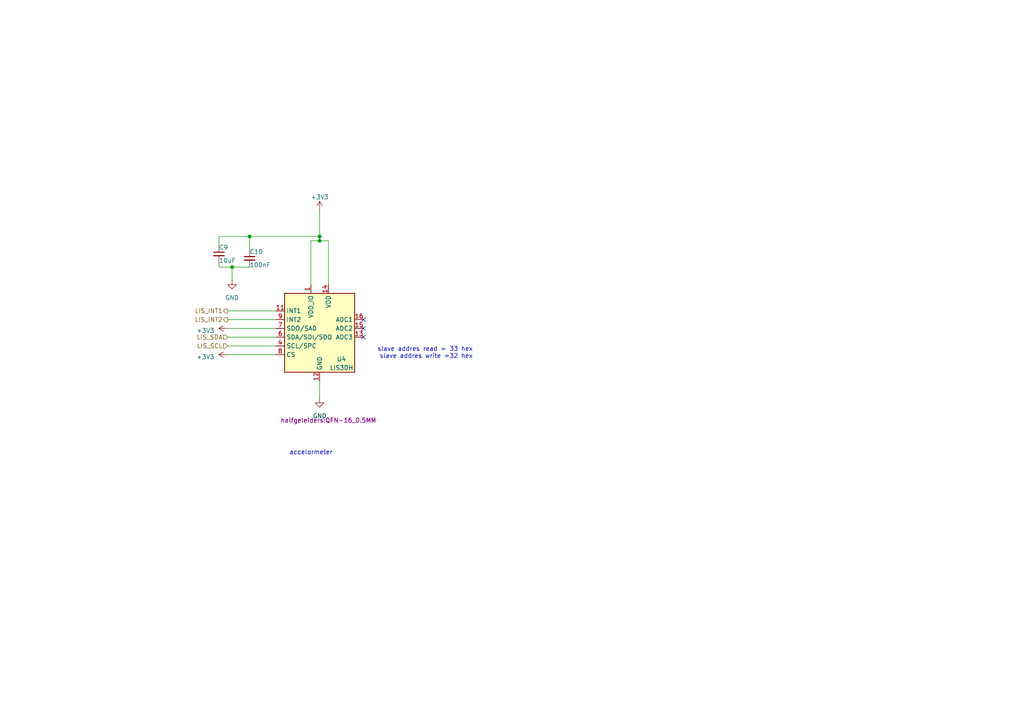
<source format=kicad_sch>
(kicad_sch (version 20210406) (generator eeschema)
  (paper "A4")
  (lib_symbols
    (symbol "Device:C_Small" (pin_numbers hide) (pin_names (offset 0.254) hide)
      (property "Reference" "C" (at 0.254 1.778 0))
      (property "Value" "C_Small" (at 0.254 -2.032 0))
      (symbol "C_Small_0_1"
        (polyline (pts (xy -1.524 -0.508) (xy 1.524 -0.508)) (stroke (width 0.3302)))
        (polyline (pts (xy -1.524 0.508) (xy 1.524 0.508)) (stroke (width 0.3048)))
      )
      (symbol "C_Small_1_1"
        (pin passive line (at 0 2.54 270) (length 2.032) (name "~") (number "1"))
        (pin passive line (at 0 -2.54 90) (length 2.032) (name "~") (number "2"))
      )
    )
    (symbol "Sensor_Motion:LIS3DH"
      (property "Reference" "U" (at -7.62 11.43 0))
      (property "Value" "LIS3DH" (at 6.35 11.43 0))
      (symbol "LIS3DH_0_1"
        (rectangle (start -10.16 10.16) (end 10.16 -12.7) (stroke (width 0.254)) (fill (type background)))
      )
      (symbol "LIS3DH_1_1"
        (pin power_in line (at -2.54 12.7 270) (length 2.54) (name "VDD_IO") (number "1"))
        (pin passive line (at 0 -15.24 90) (length 2.54) hide (name "GND") (number "10"))
        (pin output line (at -12.7 5.08 0) (length 2.54) (name "INT1") (number "11"))
        (pin power_in line (at 0 -15.24 90) (length 2.54) (name "GND") (number "12"))
        (pin input line (at 12.7 -2.54 180) (length 2.54) (name "ADC3") (number "13"))
        (pin power_in line (at 2.54 12.7 270) (length 2.54) (name "VDD") (number "14"))
        (pin input line (at 12.7 0 180) (length 2.54) (name "ADC2") (number "15"))
        (pin input line (at 12.7 2.54 180) (length 2.54) (name "ADC1") (number "16"))
        (pin no_connect line (at 10.16 5.08 180) (length 2.54) hide (name "NC") (number "2"))
        (pin no_connect line (at 10.16 7.62 180) (length 2.54) hide (name "NC") (number "3"))
        (pin input line (at -12.7 -5.08 0) (length 2.54) (name "SCL/SPC") (number "4"))
        (pin passive line (at 0 -15.24 90) (length 2.54) hide (name "GND") (number "5"))
        (pin bidirectional line (at -12.7 -2.54 0) (length 2.54) (name "SDA/SDI/SDO") (number "6"))
        (pin bidirectional line (at -12.7 0 0) (length 2.54) (name "SDO/SA0") (number "7"))
        (pin input line (at -12.7 -7.62 0) (length 2.54) (name "CS") (number "8"))
        (pin output line (at -12.7 2.54 0) (length 2.54) (name "INT2") (number "9"))
      )
    )
    (symbol "power:+3V3" (power) (pin_names (offset 0))
      (property "Value" "+3V3" (at 0 3.556 0))
      (symbol "+3V3_0_1"
        (polyline (pts (xy -0.762 1.27) (xy 0 2.54)))
        (polyline (pts (xy 0 0) (xy 0 2.54)))
        (polyline (pts (xy 0 2.54) (xy 0.762 1.27)))
      )
      (symbol "+3V3_1_1"
        (pin power_in line (at 0 0 90) (length 0) hide (name "+3V3") (number "1"))
      )
    )
    (symbol "power:GND" (power) (pin_names (offset 0))
      (property "Value" "GND" (at 0 -3.81 0))
      (symbol "GND_0_1"
        (polyline (pts (xy 0 0) (xy 0 -1.27) (xy 1.27 -1.27) (xy 0 -2.54) (xy -1.27 -1.27) (xy 0 -1.27)))
      )
      (symbol "GND_1_1"
        (pin power_in line (at 0 0 270) (length 0) hide (name "GND") (number "1"))
      )
    )
  )
  (junction (at 67.31 77.47) (diameter 0.9144))
  (junction (at 72.39 68.58) (diameter 0.9144))
  (junction (at 92.71 68.58) (diameter 0.9144))
  (junction (at 92.71 69.85) (diameter 0.9144))
  (no_connect (at 105.41 92.71))
  (no_connect (at 105.41 95.25))
  (no_connect (at 105.41 97.79))
  (wire (pts (xy 63.5 68.58) (xy 63.5 71.12)))
  (wire (pts (xy 63.5 68.58) (xy 72.39 68.58)))
  (wire (pts (xy 63.5 76.2) (xy 63.5 77.47)))
  (wire (pts (xy 63.5 77.47) (xy 67.31 77.47)))
  (wire (pts (xy 66.04 90.17) (xy 80.01 90.17)))
  (wire (pts (xy 66.04 92.71) (xy 80.01 92.71)))
  (wire (pts (xy 66.04 95.25) (xy 80.01 95.25)))
  (wire (pts (xy 66.04 97.79) (xy 80.01 97.79)))
  (wire (pts (xy 66.04 100.33) (xy 80.01 100.33)))
  (wire (pts (xy 66.04 102.87) (xy 80.01 102.87)))
  (wire (pts (xy 67.31 77.47) (xy 72.39 77.47)))
  (wire (pts (xy 67.31 81.28) (xy 67.31 77.47)))
  (wire (pts (xy 72.39 68.58) (xy 72.39 72.39)))
  (wire (pts (xy 72.39 68.58) (xy 92.71 68.58)))
  (wire (pts (xy 90.17 69.85) (xy 92.71 69.85)))
  (wire (pts (xy 90.17 82.55) (xy 90.17 69.85)))
  (wire (pts (xy 92.71 60.96) (xy 92.71 68.58)))
  (wire (pts (xy 92.71 68.58) (xy 92.71 69.85)))
  (wire (pts (xy 92.71 69.85) (xy 95.25 69.85)))
  (wire (pts (xy 92.71 110.49) (xy 92.71 115.57)))
  (wire (pts (xy 95.25 69.85) (xy 95.25 82.55)))
  (text "accelormeter\n" (at 96.52 132.08 180) (effects (font (size 1.27 1.27)) (justify right bottom)))
  (text "slave addres read = 33 hex\nslave addres write =32 hex" (at 137.16 104.14 0) (effects (font (size 1.27 1.27)) (justify right bottom)))
  (hierarchical_label "LIS_INT1" (shape output) (at 66.04 90.17 180))
  (hierarchical_label "LIS_INT2" (shape output) (at 66.04 92.71 180))
  (hierarchical_label "LIS_SDA" (shape input) (at 66.04 97.79 180))
  (hierarchical_label "LIS_SCL" (shape input) (at 66.04 100.33 180))
  (symbol (lib_id "power:+3V3") (at 66.04 95.25 90) (unit 1)
    (property "Reference" "#PWR0120" (effects hide))
    (property "Value" "+3V3" (at 62.23 95.8849 90) (effects (justify left)))
  )
  (symbol (lib_id "power:+3V3") (at 66.04 102.87 90) (unit 1)
    (property "Reference" "#PWR0121" (effects hide))
    (property "Value" "+3V3" (at 62.23 103.5049 90) (effects (justify left)))
  )
  (symbol (lib_id "power:+3V3") (at 92.71 60.96 0) (unit 1)
    (property "Reference" "#PWR0119" (effects hide))
    (property "Value" "+3V3" (at 92.71 57.15 0))
  )
  (symbol (lib_id "power:GND") (at 67.31 81.28 0) (unit 1)
    (property "Reference" "#PWR0118" (effects hide))
    (property "Value" "GND" (at 67.31 86.36 0))
  )
  (symbol (lib_id "power:GND") (at 92.71 115.57 0) (unit 1)
    (property "Reference" "#PWR0122" (effects hide))
    (property "Value" "GND" (at 92.71 120.65 0))
  )
  (symbol (lib_id "Device:C_Small") (at 63.5 73.66 0) (unit 1)
    (property "Reference" "C9" (at 63.5 71.7549 0) (effects (justify left)))
    (property "Value" "10uF" (at 63.5 75.5649 0) (effects (justify left)))
    (property "Footprint" "vanalles:0603" (effects hide))
  )
  (symbol (lib_id "Device:C_Small") (at 72.39 74.93 0) (unit 1)
    (property "Reference" "C10" (at 72.39 73.0249 0) (effects (justify left)))
    (property "Value" "100nF" (at 72.39 76.8349 0) (effects (justify left)))
    (property "Footprint" "vanalles:0603" (effects hide))
  )
  (symbol (lib_id "Sensor_Motion:LIS3DH") (at 92.71 95.25 0) (unit 1)
    (property "Reference" "U4" (at 99.06 104.14 0))
    (property "Value" "LIS3DH" (at 99.06 106.68 0))
    (property "Footprint" "halfgeleiders:QFN-16_0.5MM" (at 95.25 121.92 0))
    (property "Datasheet" "https://www.st.com/resource/en/datasheet/cd00274221.pdf" (effects hide))
  )
)
</source>
